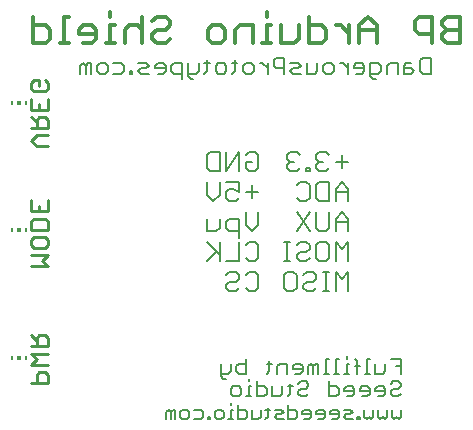
<source format=gbo>
G75*
G70*
%OFA0B0*%
%FSLAX24Y24*%
%IPPOS*%
%LPD*%
%AMOC8*
5,1,8,0,0,1.08239X$1,22.5*
%
%ADD10C,0.0070*%
%ADD11C,0.0120*%
%ADD12C,0.0110*%
%ADD13C,0.0060*%
%ADD14C,0.0050*%
%ADD15R,0.0059X0.0118*%
%ADD16R,0.0118X0.0118*%
D10*
X017182Y008071D02*
X017287Y007966D01*
X017498Y007966D01*
X017603Y008071D01*
X017827Y008071D02*
X017932Y007966D01*
X018142Y007966D01*
X018247Y008071D01*
X018247Y008492D01*
X018142Y008597D01*
X017932Y008597D01*
X017827Y008492D01*
X017603Y008492D02*
X017603Y008387D01*
X017498Y008282D01*
X017287Y008282D01*
X017182Y008177D01*
X017182Y008071D01*
X017182Y008492D02*
X017287Y008597D01*
X017498Y008597D01*
X017603Y008492D01*
X017603Y008966D02*
X017182Y008966D01*
X016958Y008966D02*
X016958Y009597D01*
X016853Y009966D02*
X016538Y009966D01*
X016538Y010387D01*
X016958Y010387D02*
X016958Y010071D01*
X016853Y009966D01*
X017182Y010071D02*
X017287Y009966D01*
X017603Y009966D01*
X017603Y009756D02*
X017603Y010387D01*
X017287Y010387D01*
X017182Y010282D01*
X017182Y010071D01*
X017827Y010177D02*
X017827Y010597D01*
X018247Y010597D02*
X018247Y010177D01*
X018037Y009966D01*
X017827Y010177D01*
X017932Y009597D02*
X018142Y009597D01*
X018247Y009492D01*
X018247Y009071D01*
X018142Y008966D01*
X017932Y008966D01*
X017827Y009071D01*
X017603Y008966D02*
X017603Y009597D01*
X017827Y009492D02*
X017932Y009597D01*
X019103Y009597D02*
X019314Y009597D01*
X019209Y009597D02*
X019209Y008966D01*
X019314Y008966D02*
X019103Y008966D01*
X019538Y009071D02*
X019538Y009177D01*
X019643Y009282D01*
X019853Y009282D01*
X019958Y009387D01*
X019958Y009492D01*
X019853Y009597D01*
X019643Y009597D01*
X019538Y009492D01*
X019538Y009071D02*
X019643Y008966D01*
X019853Y008966D01*
X019958Y009071D01*
X020182Y009071D02*
X020182Y009492D01*
X020287Y009597D01*
X020498Y009597D01*
X020603Y009492D01*
X020603Y009071D01*
X020498Y008966D01*
X020287Y008966D01*
X020182Y009071D01*
X020827Y008966D02*
X020827Y009597D01*
X021037Y009387D01*
X021247Y009597D01*
X021247Y008966D01*
X021247Y008597D02*
X021037Y008387D01*
X020827Y008597D01*
X020827Y007966D01*
X020603Y007966D02*
X020393Y007966D01*
X020498Y007966D02*
X020498Y008597D01*
X020603Y008597D02*
X020393Y008597D01*
X020173Y008492D02*
X020068Y008597D01*
X019858Y008597D01*
X019753Y008492D01*
X019528Y008492D02*
X019423Y008597D01*
X019213Y008597D01*
X019108Y008492D01*
X019108Y008071D01*
X019213Y007966D01*
X019423Y007966D01*
X019528Y008071D01*
X019528Y008492D01*
X019753Y008177D02*
X019753Y008071D01*
X019858Y007966D01*
X020068Y007966D01*
X020173Y008071D01*
X020068Y008282D02*
X019858Y008282D01*
X019753Y008177D01*
X020068Y008282D02*
X020173Y008387D01*
X020173Y008492D01*
X021247Y008597D02*
X021247Y007966D01*
X021247Y009966D02*
X021247Y010387D01*
X021037Y010597D01*
X020827Y010387D01*
X020827Y009966D01*
X020603Y010071D02*
X020498Y009966D01*
X020287Y009966D01*
X020182Y010071D01*
X020182Y010597D01*
X019958Y010597D02*
X019538Y009966D01*
X019958Y009966D02*
X019538Y010597D01*
X019643Y010966D02*
X019538Y011071D01*
X019643Y010966D02*
X019853Y010966D01*
X019958Y011071D01*
X019958Y011492D01*
X019853Y011597D01*
X019643Y011597D01*
X019538Y011492D01*
X019531Y011966D02*
X019636Y012071D01*
X019531Y011966D02*
X019321Y011966D01*
X019216Y012071D01*
X019216Y012177D01*
X019321Y012282D01*
X019426Y012282D01*
X019321Y012282D02*
X019216Y012387D01*
X019216Y012492D01*
X019321Y012597D01*
X019531Y012597D01*
X019636Y012492D01*
X020182Y012492D02*
X020182Y012387D01*
X020287Y012282D01*
X020182Y012177D01*
X020182Y012071D01*
X020287Y011966D01*
X020498Y011966D01*
X020603Y012071D01*
X020393Y012282D02*
X020287Y012282D01*
X020182Y012492D02*
X020287Y012597D01*
X020498Y012597D01*
X020603Y012492D01*
X020827Y012282D02*
X021247Y012282D01*
X021037Y012492D02*
X021037Y012071D01*
X021037Y011597D02*
X020827Y011387D01*
X020827Y010966D01*
X020603Y010966D02*
X020287Y010966D01*
X020182Y011071D01*
X020182Y011492D01*
X020287Y011597D01*
X020603Y011597D01*
X020603Y010966D01*
X020603Y010597D02*
X020603Y010071D01*
X020827Y010282D02*
X021247Y010282D01*
X021247Y010966D02*
X021247Y011387D01*
X021037Y011597D01*
X021247Y011282D02*
X020827Y011282D01*
X019958Y011966D02*
X019853Y011966D01*
X019853Y012071D01*
X019958Y012071D01*
X019958Y011966D01*
X018247Y012071D02*
X018142Y011966D01*
X017932Y011966D01*
X017827Y012071D01*
X017827Y012282D01*
X018037Y012282D01*
X017827Y012492D02*
X017932Y012597D01*
X018142Y012597D01*
X018247Y012492D01*
X018247Y012071D01*
X017603Y011966D02*
X017603Y012597D01*
X017182Y011966D01*
X017182Y012597D01*
X016958Y012597D02*
X016643Y012597D01*
X016538Y012492D01*
X016538Y012071D01*
X016643Y011966D01*
X016958Y011966D01*
X016958Y012597D01*
X016958Y011597D02*
X016958Y011177D01*
X016748Y010966D01*
X016538Y011177D01*
X016538Y011597D01*
X017182Y011597D02*
X017603Y011597D01*
X017603Y011282D01*
X017393Y011387D01*
X017287Y011387D01*
X017182Y011282D01*
X017182Y011071D01*
X017287Y010966D01*
X017498Y010966D01*
X017603Y011071D01*
X017827Y011282D02*
X018247Y011282D01*
X018037Y011492D02*
X018037Y011071D01*
X016538Y009597D02*
X016958Y009177D01*
X016853Y009282D02*
X016538Y008966D01*
X016086Y015040D02*
X015998Y015040D01*
X015909Y015128D01*
X015909Y015570D01*
X015711Y015570D02*
X015445Y015570D01*
X015357Y015482D01*
X015357Y015305D01*
X015445Y015216D01*
X015711Y015216D01*
X015711Y015040D02*
X015711Y015570D01*
X015158Y015482D02*
X015158Y015305D01*
X015070Y015216D01*
X014893Y015216D01*
X014805Y015393D02*
X015158Y015393D01*
X015158Y015482D02*
X015070Y015570D01*
X014893Y015570D01*
X014805Y015482D01*
X014805Y015393D01*
X014606Y015482D02*
X014517Y015570D01*
X014252Y015570D01*
X014341Y015393D02*
X014517Y015393D01*
X014606Y015482D01*
X014341Y015393D02*
X014252Y015305D01*
X014341Y015216D01*
X014606Y015216D01*
X014053Y015216D02*
X013965Y015216D01*
X013965Y015305D01*
X014053Y015305D01*
X014053Y015216D01*
X013777Y015305D02*
X013689Y015216D01*
X013423Y015216D01*
X013225Y015305D02*
X013136Y015216D01*
X012959Y015216D01*
X012871Y015305D01*
X012871Y015482D01*
X012959Y015570D01*
X013136Y015570D01*
X013225Y015482D01*
X013225Y015305D01*
X013423Y015570D02*
X013689Y015570D01*
X013777Y015482D01*
X013777Y015305D01*
X012672Y015216D02*
X012672Y015570D01*
X012584Y015570D01*
X012495Y015482D01*
X012407Y015570D01*
X012319Y015482D01*
X012319Y015216D01*
X012495Y015216D02*
X012495Y015482D01*
X015909Y015216D02*
X016175Y015216D01*
X016263Y015305D01*
X016263Y015570D01*
X016455Y015570D02*
X016631Y015570D01*
X016543Y015658D02*
X016543Y015305D01*
X016455Y015216D01*
X016830Y015305D02*
X016830Y015482D01*
X016919Y015570D01*
X017095Y015570D01*
X017184Y015482D01*
X017184Y015305D01*
X017095Y015216D01*
X016919Y015216D01*
X016830Y015305D01*
X017375Y015216D02*
X017464Y015305D01*
X017464Y015658D01*
X017552Y015570D02*
X017375Y015570D01*
X017751Y015482D02*
X017751Y015305D01*
X017839Y015216D01*
X018016Y015216D01*
X018105Y015305D01*
X018105Y015482D01*
X018016Y015570D01*
X017839Y015570D01*
X017751Y015482D01*
X018300Y015570D02*
X018388Y015570D01*
X018565Y015393D01*
X018565Y015216D02*
X018565Y015570D01*
X018764Y015482D02*
X018852Y015393D01*
X019117Y015393D01*
X019117Y015216D02*
X019117Y015747D01*
X018852Y015747D01*
X018764Y015658D01*
X018764Y015482D01*
X019316Y015570D02*
X019581Y015570D01*
X019670Y015482D01*
X019581Y015393D01*
X019405Y015393D01*
X019316Y015305D01*
X019405Y015216D01*
X019670Y015216D01*
X019869Y015216D02*
X019869Y015570D01*
X020222Y015570D02*
X020222Y015305D01*
X020134Y015216D01*
X019869Y015216D01*
X020421Y015305D02*
X020421Y015482D01*
X020509Y015570D01*
X020686Y015570D01*
X020775Y015482D01*
X020775Y015305D01*
X020686Y015216D01*
X020509Y015216D01*
X020421Y015305D01*
X020970Y015570D02*
X021058Y015570D01*
X021235Y015393D01*
X021235Y015216D02*
X021235Y015570D01*
X021434Y015482D02*
X021434Y015393D01*
X021787Y015393D01*
X021787Y015305D02*
X021787Y015482D01*
X021699Y015570D01*
X021522Y015570D01*
X021434Y015482D01*
X021699Y015216D02*
X021787Y015305D01*
X021699Y015216D02*
X021522Y015216D01*
X021986Y015216D02*
X022251Y015216D01*
X022340Y015305D01*
X022340Y015482D01*
X022251Y015570D01*
X021986Y015570D01*
X021986Y015128D01*
X022075Y015040D01*
X022163Y015040D01*
X022539Y015216D02*
X022539Y015482D01*
X022627Y015570D01*
X022892Y015570D01*
X022892Y015216D01*
X023091Y015216D02*
X023356Y015216D01*
X023445Y015305D01*
X023356Y015393D01*
X023091Y015393D01*
X023091Y015482D02*
X023091Y015216D01*
X023644Y015305D02*
X023644Y015658D01*
X023732Y015747D01*
X023997Y015747D01*
X023997Y015216D01*
X023732Y015216D01*
X023644Y015305D01*
X023356Y015570D02*
X023180Y015570D01*
X023091Y015482D01*
D11*
X022210Y016241D02*
X022210Y016829D01*
X021916Y017122D01*
X021623Y016829D01*
X021623Y016241D01*
X021289Y016241D02*
X021289Y016829D01*
X020996Y016829D02*
X021289Y016535D01*
X021623Y016682D02*
X022210Y016682D01*
X020996Y016829D02*
X020849Y016829D01*
X020522Y016682D02*
X020375Y016829D01*
X019935Y016829D01*
X019601Y016829D02*
X019601Y016388D01*
X019454Y016241D01*
X019014Y016241D01*
X019014Y016829D01*
X018680Y016829D02*
X018534Y016829D01*
X018534Y016241D01*
X018680Y016241D02*
X018387Y016241D01*
X018067Y016241D02*
X018067Y016829D01*
X017626Y016829D01*
X017479Y016682D01*
X017479Y016241D01*
X017146Y016388D02*
X016999Y016241D01*
X016706Y016241D01*
X016559Y016388D01*
X016559Y016682D01*
X016706Y016829D01*
X016999Y016829D01*
X017146Y016682D01*
X017146Y016388D01*
X018534Y017122D02*
X018534Y017269D01*
X019935Y017122D02*
X019935Y016241D01*
X020375Y016241D01*
X020522Y016388D01*
X020522Y016682D01*
X023464Y016682D02*
X023611Y016535D01*
X024051Y016535D01*
X024385Y016535D02*
X024385Y016388D01*
X024532Y016241D01*
X024972Y016241D01*
X024972Y017122D01*
X024532Y017122D01*
X024385Y016975D01*
X024385Y016829D01*
X024532Y016682D01*
X024972Y016682D01*
X024532Y016682D02*
X024385Y016535D01*
X024051Y016241D02*
X024051Y017122D01*
X023611Y017122D01*
X023464Y016975D01*
X023464Y016682D01*
X015304Y016829D02*
X015158Y016682D01*
X014864Y016682D01*
X014717Y016535D01*
X014717Y016388D01*
X014864Y016241D01*
X015158Y016241D01*
X015304Y016388D01*
X015304Y016829D02*
X015304Y016975D01*
X015158Y017122D01*
X014864Y017122D01*
X014717Y016975D01*
X014384Y017122D02*
X014384Y016241D01*
X013796Y016241D02*
X013796Y016682D01*
X013943Y016829D01*
X014237Y016829D01*
X014384Y016682D01*
X013463Y016829D02*
X013316Y016829D01*
X013316Y016241D01*
X013463Y016241D02*
X013169Y016241D01*
X012849Y016388D02*
X012849Y016682D01*
X012702Y016829D01*
X012409Y016829D01*
X012262Y016682D01*
X012262Y016535D01*
X012849Y016535D01*
X012849Y016388D02*
X012702Y016241D01*
X012409Y016241D01*
X011928Y016241D02*
X011635Y016241D01*
X011782Y016241D02*
X011782Y017122D01*
X011928Y017122D01*
X011314Y016682D02*
X011168Y016829D01*
X010727Y016829D01*
X010727Y017122D02*
X010727Y016241D01*
X011168Y016241D01*
X011314Y016388D01*
X011314Y016682D01*
X013316Y017122D02*
X013316Y017269D01*
D12*
X011228Y004913D02*
X010677Y004913D01*
X010861Y004913D02*
X010861Y005188D01*
X010952Y005280D01*
X011136Y005280D01*
X011228Y005188D01*
X011228Y004913D01*
X011228Y005521D02*
X010677Y005521D01*
X010861Y005704D01*
X010677Y005888D01*
X011228Y005888D01*
X011228Y006129D02*
X010677Y006129D01*
X010861Y006129D02*
X010861Y006404D01*
X010952Y006496D01*
X011136Y006496D01*
X011228Y006404D01*
X011228Y006129D01*
X010861Y006312D02*
X010677Y006496D01*
X010677Y008806D02*
X011228Y008806D01*
X011044Y008989D01*
X011228Y009173D01*
X010677Y009173D01*
X010769Y009413D02*
X010677Y009505D01*
X010677Y009688D01*
X010769Y009780D01*
X011136Y009780D01*
X011228Y009688D01*
X011228Y009505D01*
X011136Y009413D01*
X010769Y009413D01*
X010677Y010021D02*
X010677Y010296D01*
X010769Y010388D01*
X011136Y010388D01*
X011228Y010296D01*
X011228Y010021D01*
X010677Y010021D01*
X010677Y010629D02*
X010677Y010996D01*
X010952Y010812D02*
X010952Y010629D01*
X010677Y010629D02*
X011228Y010629D01*
X011228Y010996D01*
X011228Y012806D02*
X010861Y012806D01*
X010677Y012989D01*
X010861Y013173D01*
X011228Y013173D01*
X011228Y013413D02*
X010677Y013413D01*
X010861Y013413D02*
X010861Y013688D01*
X010952Y013780D01*
X011136Y013780D01*
X011228Y013688D01*
X011228Y013413D01*
X010861Y013597D02*
X010677Y013780D01*
X010677Y014021D02*
X010677Y014388D01*
X010769Y014629D02*
X010677Y014720D01*
X010677Y014904D01*
X010769Y014996D01*
X010952Y014996D01*
X010952Y014812D01*
X010769Y014629D02*
X011136Y014629D01*
X011228Y014720D01*
X011228Y014904D01*
X011136Y014996D01*
X011228Y014388D02*
X011228Y014021D01*
X010677Y014021D01*
X010952Y014021D02*
X010952Y014204D01*
D13*
X017846Y005712D02*
X017846Y005211D01*
X017596Y005211D01*
X017512Y005295D01*
X017512Y005462D01*
X017596Y005545D01*
X017846Y005545D01*
X017330Y005545D02*
X017330Y005295D01*
X017247Y005211D01*
X016997Y005211D01*
X016997Y005128D02*
X017080Y005045D01*
X017164Y005045D01*
X016997Y005128D02*
X016997Y005545D01*
X017934Y005045D02*
X017934Y004962D01*
X017934Y004795D02*
X017934Y004461D01*
X017851Y004461D02*
X018018Y004461D01*
X018200Y004461D02*
X018450Y004461D01*
X018533Y004545D01*
X018533Y004712D01*
X018450Y004795D01*
X018200Y004795D01*
X018200Y004962D02*
X018200Y004461D01*
X018715Y004461D02*
X018715Y004795D01*
X019049Y004795D02*
X019049Y004545D01*
X018966Y004461D01*
X018715Y004461D01*
X019226Y004461D02*
X019309Y004545D01*
X019309Y004878D01*
X019226Y004795D02*
X019393Y004795D01*
X019575Y004878D02*
X019658Y004962D01*
X019825Y004962D01*
X019908Y004878D01*
X019908Y004795D01*
X019825Y004712D01*
X019658Y004712D01*
X019575Y004628D01*
X019575Y004545D01*
X019658Y004461D01*
X019825Y004461D01*
X019908Y004545D01*
X020606Y004461D02*
X020606Y004962D01*
X020606Y004795D02*
X020856Y004795D01*
X020940Y004712D01*
X020940Y004545D01*
X020856Y004461D01*
X020606Y004461D01*
X021122Y004628D02*
X021455Y004628D01*
X021455Y004545D02*
X021455Y004712D01*
X021372Y004795D01*
X021205Y004795D01*
X021122Y004712D01*
X021122Y004628D01*
X021205Y004461D02*
X021372Y004461D01*
X021455Y004545D01*
X021637Y004628D02*
X021971Y004628D01*
X021971Y004545D02*
X021971Y004712D01*
X021888Y004795D01*
X021721Y004795D01*
X021637Y004712D01*
X021637Y004628D01*
X021721Y004461D02*
X021888Y004461D01*
X021971Y004545D01*
X022153Y004628D02*
X022153Y004712D01*
X022236Y004795D01*
X022403Y004795D01*
X022487Y004712D01*
X022487Y004545D01*
X022403Y004461D01*
X022236Y004461D01*
X022153Y004628D02*
X022487Y004628D01*
X022669Y004628D02*
X022752Y004712D01*
X022919Y004712D01*
X023002Y004795D01*
X023002Y004878D01*
X022919Y004962D01*
X022752Y004962D01*
X022669Y004878D01*
X022669Y004628D02*
X022669Y004545D01*
X022752Y004461D01*
X022919Y004461D01*
X023002Y004545D01*
X023002Y005211D02*
X023002Y005712D01*
X022669Y005712D01*
X022487Y005545D02*
X022487Y005295D01*
X022403Y005211D01*
X022153Y005211D01*
X022153Y005545D01*
X021971Y005712D02*
X021888Y005712D01*
X021888Y005211D01*
X021971Y005211D02*
X021804Y005211D01*
X021544Y005211D02*
X021544Y005628D01*
X021460Y005712D01*
X021283Y005545D02*
X021200Y005545D01*
X021200Y005211D01*
X021283Y005211D02*
X021117Y005211D01*
X020940Y005211D02*
X020773Y005211D01*
X020856Y005211D02*
X020856Y005712D01*
X020940Y005712D01*
X021200Y005712D02*
X021200Y005795D01*
X020596Y005712D02*
X020513Y005712D01*
X020513Y005211D01*
X020596Y005211D02*
X020429Y005211D01*
X020252Y005211D02*
X020252Y005545D01*
X020169Y005545D01*
X020085Y005462D01*
X020002Y005545D01*
X019919Y005462D01*
X019919Y005211D01*
X020085Y005211D02*
X020085Y005462D01*
X019737Y005462D02*
X019737Y005295D01*
X019653Y005211D01*
X019486Y005211D01*
X019403Y005378D02*
X019737Y005378D01*
X019737Y005462D02*
X019653Y005545D01*
X019486Y005545D01*
X019403Y005462D01*
X019403Y005378D01*
X019221Y005211D02*
X019221Y005545D01*
X018971Y005545D01*
X018887Y005462D01*
X018887Y005211D01*
X018622Y005295D02*
X018539Y005211D01*
X018622Y005295D02*
X018622Y005628D01*
X018705Y005545D02*
X018539Y005545D01*
X018018Y004795D02*
X017934Y004795D01*
X017674Y004712D02*
X017674Y004545D01*
X017591Y004461D01*
X017424Y004461D01*
X017340Y004545D01*
X017340Y004712D01*
X017424Y004795D01*
X017591Y004795D01*
X017674Y004712D01*
X021460Y005462D02*
X021627Y005462D01*
X022835Y005462D02*
X023002Y005462D01*
D14*
X023007Y004007D02*
X023007Y003781D01*
X022932Y003706D01*
X022857Y003781D01*
X022782Y003706D01*
X022707Y003781D01*
X022707Y004007D01*
X022547Y004007D02*
X022547Y003781D01*
X022472Y003706D01*
X022397Y003781D01*
X022322Y003706D01*
X022247Y003781D01*
X022247Y004007D01*
X022086Y004007D02*
X022086Y003781D01*
X022011Y003706D01*
X021936Y003781D01*
X021861Y003706D01*
X021786Y003781D01*
X021786Y004007D01*
X021626Y003781D02*
X021551Y003781D01*
X021551Y003706D01*
X021626Y003706D01*
X021626Y003781D01*
X021396Y003706D02*
X021171Y003706D01*
X021096Y003781D01*
X021171Y003857D01*
X021321Y003857D01*
X021396Y003932D01*
X021321Y004007D01*
X021096Y004007D01*
X020936Y003932D02*
X020861Y004007D01*
X020710Y004007D01*
X020635Y003932D01*
X020635Y003857D01*
X020936Y003857D01*
X020936Y003932D02*
X020936Y003781D01*
X020861Y003706D01*
X020710Y003706D01*
X020475Y003781D02*
X020475Y003932D01*
X020400Y004007D01*
X020250Y004007D01*
X020175Y003932D01*
X020175Y003857D01*
X020475Y003857D01*
X020475Y003781D02*
X020400Y003706D01*
X020250Y003706D01*
X020015Y003781D02*
X020015Y003932D01*
X019940Y004007D01*
X019790Y004007D01*
X019715Y003932D01*
X019715Y003857D01*
X020015Y003857D01*
X020015Y003781D02*
X019940Y003706D01*
X019790Y003706D01*
X019555Y003781D02*
X019555Y003932D01*
X019480Y004007D01*
X019254Y004007D01*
X019254Y004157D02*
X019254Y003706D01*
X019480Y003706D01*
X019555Y003781D01*
X019094Y003706D02*
X018869Y003706D01*
X018794Y003781D01*
X018869Y003857D01*
X019019Y003857D01*
X019094Y003932D01*
X019019Y004007D01*
X018794Y004007D01*
X018634Y004007D02*
X018484Y004007D01*
X018559Y004082D02*
X018559Y003781D01*
X018484Y003706D01*
X018327Y003781D02*
X018327Y004007D01*
X018327Y003781D02*
X018252Y003706D01*
X018027Y003706D01*
X018027Y004007D01*
X017867Y003932D02*
X017867Y003781D01*
X017792Y003706D01*
X017566Y003706D01*
X017566Y004157D01*
X017566Y004007D02*
X017792Y004007D01*
X017867Y003932D01*
X017406Y004007D02*
X017331Y004007D01*
X017331Y003706D01*
X017406Y003706D02*
X017256Y003706D01*
X017099Y003781D02*
X017024Y003706D01*
X016874Y003706D01*
X016799Y003781D01*
X016799Y003932D01*
X016874Y004007D01*
X017024Y004007D01*
X017099Y003932D01*
X017099Y003781D01*
X017331Y004157D02*
X017331Y004232D01*
X016639Y003781D02*
X016564Y003781D01*
X016564Y003706D01*
X016639Y003706D01*
X016639Y003781D01*
X016409Y003781D02*
X016334Y003706D01*
X016109Y003706D01*
X015949Y003781D02*
X015873Y003706D01*
X015723Y003706D01*
X015648Y003781D01*
X015648Y003932D01*
X015723Y004007D01*
X015873Y004007D01*
X015949Y003932D01*
X015949Y003781D01*
X016109Y004007D02*
X016334Y004007D01*
X016409Y003932D01*
X016409Y003781D01*
X015488Y003706D02*
X015488Y004007D01*
X015413Y004007D01*
X015338Y003932D01*
X015263Y004007D01*
X015188Y003932D01*
X015188Y003706D01*
X015338Y003706D02*
X015338Y003932D01*
D15*
X010518Y005740D03*
X010046Y005740D03*
X010046Y009990D03*
X010518Y009990D03*
X010518Y014240D03*
X010046Y014240D03*
D16*
X010282Y014240D03*
X010282Y009990D03*
X010282Y005740D03*
M02*

</source>
